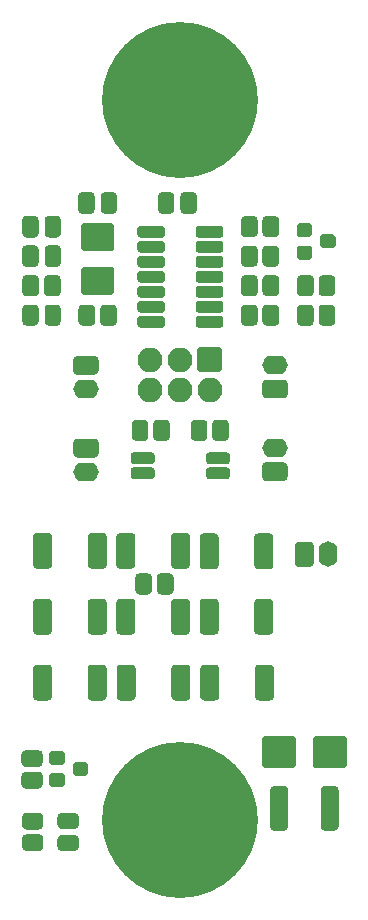
<source format=gbr>
G04 #@! TF.GenerationSoftware,KiCad,Pcbnew,5.1.10-88a1d61d58~88~ubuntu18.04.1*
G04 #@! TF.CreationDate,2021-11-17T21:44:28+08:00*
G04 #@! TF.ProjectId,ModuleV440,4d6f6475-6c65-4563-9434-302e6b696361,rev?*
G04 #@! TF.SameCoordinates,Original*
G04 #@! TF.FileFunction,Soldermask,Top*
G04 #@! TF.FilePolarity,Negative*
%FSLAX46Y46*%
G04 Gerber Fmt 4.6, Leading zero omitted, Abs format (unit mm)*
G04 Created by KiCad (PCBNEW 5.1.10-88a1d61d58~88~ubuntu18.04.1) date 2021-11-17 21:44:28*
%MOMM*%
%LPD*%
G01*
G04 APERTURE LIST*
%ADD10O,2.100000X2.100000*%
%ADD11O,2.150000X1.600000*%
%ADD12O,1.600000X2.150000*%
%ADD13C,1.300000*%
%ADD14C,13.200000*%
G04 APERTURE END LIST*
G36*
G01*
X119217600Y-72285159D02*
X119217600Y-73390041D01*
G75*
G02*
X118870041Y-73737600I-347559J0D01*
G01*
X118140159Y-73737600D01*
G75*
G02*
X117792600Y-73390041I0J347559D01*
G01*
X117792600Y-72285159D01*
G75*
G02*
X118140159Y-71937600I347559J0D01*
G01*
X118870041Y-71937600D01*
G75*
G02*
X119217600Y-72285159I0J-347559D01*
G01*
G37*
G36*
G01*
X121042600Y-72285159D02*
X121042600Y-73390041D01*
G75*
G02*
X120695041Y-73737600I-347559J0D01*
G01*
X119965159Y-73737600D01*
G75*
G02*
X119617600Y-73390041I0J347559D01*
G01*
X119617600Y-72285159D01*
G75*
G02*
X119965159Y-71937600I347559J0D01*
G01*
X120695041Y-71937600D01*
G75*
G02*
X121042600Y-72285159I0J-347559D01*
G01*
G37*
G36*
G01*
X123867600Y-63640041D02*
X123867600Y-62535159D01*
G75*
G02*
X124215159Y-62187600I347559J0D01*
G01*
X124945041Y-62187600D01*
G75*
G02*
X125292600Y-62535159I0J-347559D01*
G01*
X125292600Y-63640041D01*
G75*
G02*
X124945041Y-63987600I-347559J0D01*
G01*
X124215159Y-63987600D01*
G75*
G02*
X123867600Y-63640041I0J347559D01*
G01*
G37*
G36*
G01*
X122042600Y-63640041D02*
X122042600Y-62535159D01*
G75*
G02*
X122390159Y-62187600I347559J0D01*
G01*
X123120041Y-62187600D01*
G75*
G02*
X123467600Y-62535159I0J-347559D01*
G01*
X123467600Y-63640041D01*
G75*
G02*
X123120041Y-63987600I-347559J0D01*
G01*
X122390159Y-63987600D01*
G75*
G02*
X122042600Y-63640041I0J347559D01*
G01*
G37*
G36*
G01*
X128617600Y-63640041D02*
X128617600Y-62535159D01*
G75*
G02*
X128965159Y-62187600I347559J0D01*
G01*
X129695041Y-62187600D01*
G75*
G02*
X130042600Y-62535159I0J-347559D01*
G01*
X130042600Y-63640041D01*
G75*
G02*
X129695041Y-63987600I-347559J0D01*
G01*
X128965159Y-63987600D01*
G75*
G02*
X128617600Y-63640041I0J347559D01*
G01*
G37*
G36*
G01*
X126792600Y-63640041D02*
X126792600Y-62535159D01*
G75*
G02*
X127140159Y-62187600I347559J0D01*
G01*
X127870041Y-62187600D01*
G75*
G02*
X128217600Y-62535159I0J-347559D01*
G01*
X128217600Y-63640041D01*
G75*
G02*
X127870041Y-63987600I-347559J0D01*
G01*
X127140159Y-63987600D01*
G75*
G02*
X126792600Y-63640041I0J347559D01*
G01*
G37*
G36*
G01*
X105417600Y-63643850D02*
X105417600Y-62531350D01*
G75*
G02*
X105761350Y-62187600I343750J0D01*
G01*
X106448850Y-62187600D01*
G75*
G02*
X106792600Y-62531350I0J-343750D01*
G01*
X106792600Y-63643850D01*
G75*
G02*
X106448850Y-63987600I-343750J0D01*
G01*
X105761350Y-63987600D01*
G75*
G02*
X105417600Y-63643850I0J343750D01*
G01*
G37*
G36*
G01*
X103542600Y-63643850D02*
X103542600Y-62531350D01*
G75*
G02*
X103886350Y-62187600I343750J0D01*
G01*
X104573850Y-62187600D01*
G75*
G02*
X104917600Y-62531350I0J-343750D01*
G01*
X104917600Y-63643850D01*
G75*
G02*
X104573850Y-63987600I-343750J0D01*
G01*
X103886350Y-63987600D01*
G75*
G02*
X103542600Y-63643850I0J343750D01*
G01*
G37*
G36*
G01*
X128617600Y-61140041D02*
X128617600Y-60035159D01*
G75*
G02*
X128965159Y-59687600I347559J0D01*
G01*
X129695041Y-59687600D01*
G75*
G02*
X130042600Y-60035159I0J-347559D01*
G01*
X130042600Y-61140041D01*
G75*
G02*
X129695041Y-61487600I-347559J0D01*
G01*
X128965159Y-61487600D01*
G75*
G02*
X128617600Y-61140041I0J347559D01*
G01*
G37*
G36*
G01*
X126792600Y-61140041D02*
X126792600Y-60035159D01*
G75*
G02*
X127140159Y-59687600I347559J0D01*
G01*
X127870041Y-59687600D01*
G75*
G02*
X128217600Y-60035159I0J-347559D01*
G01*
X128217600Y-61140041D01*
G75*
G02*
X127870041Y-61487600I-347559J0D01*
G01*
X127140159Y-61487600D01*
G75*
G02*
X126792600Y-61140041I0J347559D01*
G01*
G37*
G36*
G01*
X123867600Y-61140041D02*
X123867600Y-60035159D01*
G75*
G02*
X124215159Y-59687600I347559J0D01*
G01*
X124945041Y-59687600D01*
G75*
G02*
X125292600Y-60035159I0J-347559D01*
G01*
X125292600Y-61140041D01*
G75*
G02*
X124945041Y-61487600I-347559J0D01*
G01*
X124215159Y-61487600D01*
G75*
G02*
X123867600Y-61140041I0J347559D01*
G01*
G37*
G36*
G01*
X122042600Y-61140041D02*
X122042600Y-60035159D01*
G75*
G02*
X122390159Y-59687600I347559J0D01*
G01*
X123120041Y-59687600D01*
G75*
G02*
X123467600Y-60035159I0J-347559D01*
G01*
X123467600Y-61140041D01*
G75*
G02*
X123120041Y-61487600I-347559J0D01*
G01*
X122390159Y-61487600D01*
G75*
G02*
X122042600Y-61140041I0J347559D01*
G01*
G37*
G36*
G01*
X123867600Y-56140041D02*
X123867600Y-55035159D01*
G75*
G02*
X124215159Y-54687600I347559J0D01*
G01*
X124945041Y-54687600D01*
G75*
G02*
X125292600Y-55035159I0J-347559D01*
G01*
X125292600Y-56140041D01*
G75*
G02*
X124945041Y-56487600I-347559J0D01*
G01*
X124215159Y-56487600D01*
G75*
G02*
X123867600Y-56140041I0J347559D01*
G01*
G37*
G36*
G01*
X122042600Y-56140041D02*
X122042600Y-55035159D01*
G75*
G02*
X122390159Y-54687600I347559J0D01*
G01*
X123120041Y-54687600D01*
G75*
G02*
X123467600Y-55035159I0J-347559D01*
G01*
X123467600Y-56140041D01*
G75*
G02*
X123120041Y-56487600I-347559J0D01*
G01*
X122390159Y-56487600D01*
G75*
G02*
X122042600Y-56140041I0J347559D01*
G01*
G37*
G36*
G01*
X110117600Y-63640041D02*
X110117600Y-62535159D01*
G75*
G02*
X110465159Y-62187600I347559J0D01*
G01*
X111195041Y-62187600D01*
G75*
G02*
X111542600Y-62535159I0J-347559D01*
G01*
X111542600Y-63640041D01*
G75*
G02*
X111195041Y-63987600I-347559J0D01*
G01*
X110465159Y-63987600D01*
G75*
G02*
X110117600Y-63640041I0J347559D01*
G01*
G37*
G36*
G01*
X108292600Y-63640041D02*
X108292600Y-62535159D01*
G75*
G02*
X108640159Y-62187600I347559J0D01*
G01*
X109370041Y-62187600D01*
G75*
G02*
X109717600Y-62535159I0J-347559D01*
G01*
X109717600Y-63640041D01*
G75*
G02*
X109370041Y-63987600I-347559J0D01*
G01*
X108640159Y-63987600D01*
G75*
G02*
X108292600Y-63640041I0J347559D01*
G01*
G37*
G36*
G01*
X111117600Y-61387600D02*
X108717600Y-61387600D01*
G75*
G02*
X108517600Y-61187600I0J200000D01*
G01*
X108517600Y-59187600D01*
G75*
G02*
X108717600Y-58987600I200000J0D01*
G01*
X111117600Y-58987600D01*
G75*
G02*
X111317600Y-59187600I0J-200000D01*
G01*
X111317600Y-61187600D01*
G75*
G02*
X111117600Y-61387600I-200000J0D01*
G01*
G37*
G36*
G01*
X111117600Y-57687600D02*
X108717600Y-57687600D01*
G75*
G02*
X108517600Y-57487600I0J200000D01*
G01*
X108517600Y-55487600D01*
G75*
G02*
X108717600Y-55287600I200000J0D01*
G01*
X111117600Y-55287600D01*
G75*
G02*
X111317600Y-55487600I0J-200000D01*
G01*
X111317600Y-57487600D01*
G75*
G02*
X111117600Y-57687600I-200000J0D01*
G01*
G37*
G36*
G01*
X118567600Y-65787600D02*
X120267600Y-65787600D01*
G75*
G02*
X120467600Y-65987600I0J-200000D01*
G01*
X120467600Y-67687600D01*
G75*
G02*
X120267600Y-67887600I-200000J0D01*
G01*
X118567600Y-67887600D01*
G75*
G02*
X118367600Y-67687600I0J200000D01*
G01*
X118367600Y-65987600D01*
G75*
G02*
X118567600Y-65787600I200000J0D01*
G01*
G37*
D10*
X119417600Y-69377600D03*
X116877600Y-66837600D03*
X116877600Y-69377600D03*
X114337600Y-66837600D03*
X114337600Y-69377600D03*
G36*
G01*
X123467600Y-57535159D02*
X123467600Y-58640041D01*
G75*
G02*
X123120041Y-58987600I-347559J0D01*
G01*
X122390159Y-58987600D01*
G75*
G02*
X122042600Y-58640041I0J347559D01*
G01*
X122042600Y-57535159D01*
G75*
G02*
X122390159Y-57187600I347559J0D01*
G01*
X123120041Y-57187600D01*
G75*
G02*
X123467600Y-57535159I0J-347559D01*
G01*
G37*
G36*
G01*
X125292600Y-57535159D02*
X125292600Y-58640041D01*
G75*
G02*
X124945041Y-58987600I-347559J0D01*
G01*
X124215159Y-58987600D01*
G75*
G02*
X123867600Y-58640041I0J347559D01*
G01*
X123867600Y-57535159D01*
G75*
G02*
X124215159Y-57187600I347559J0D01*
G01*
X124945041Y-57187600D01*
G75*
G02*
X125292600Y-57535159I0J-347559D01*
G01*
G37*
G36*
G01*
X104967600Y-60035159D02*
X104967600Y-61140041D01*
G75*
G02*
X104620041Y-61487600I-347559J0D01*
G01*
X103890159Y-61487600D01*
G75*
G02*
X103542600Y-61140041I0J347559D01*
G01*
X103542600Y-60035159D01*
G75*
G02*
X103890159Y-59687600I347559J0D01*
G01*
X104620041Y-59687600D01*
G75*
G02*
X104967600Y-60035159I0J-347559D01*
G01*
G37*
G36*
G01*
X106792600Y-60035159D02*
X106792600Y-61140041D01*
G75*
G02*
X106445041Y-61487600I-347559J0D01*
G01*
X105715159Y-61487600D01*
G75*
G02*
X105367600Y-61140041I0J347559D01*
G01*
X105367600Y-60035159D01*
G75*
G02*
X105715159Y-59687600I347559J0D01*
G01*
X106445041Y-59687600D01*
G75*
G02*
X106792600Y-60035159I0J-347559D01*
G01*
G37*
G36*
G01*
X128767600Y-57237600D02*
X128767600Y-56437600D01*
G75*
G02*
X128967600Y-56237600I200000J0D01*
G01*
X129867600Y-56237600D01*
G75*
G02*
X130067600Y-56437600I0J-200000D01*
G01*
X130067600Y-57237600D01*
G75*
G02*
X129867600Y-57437600I-200000J0D01*
G01*
X128967600Y-57437600D01*
G75*
G02*
X128767600Y-57237600I0J200000D01*
G01*
G37*
G36*
G01*
X126767600Y-58187600D02*
X126767600Y-57387600D01*
G75*
G02*
X126967600Y-57187600I200000J0D01*
G01*
X127867600Y-57187600D01*
G75*
G02*
X128067600Y-57387600I0J-200000D01*
G01*
X128067600Y-58187600D01*
G75*
G02*
X127867600Y-58387600I-200000J0D01*
G01*
X126967600Y-58387600D01*
G75*
G02*
X126767600Y-58187600I0J200000D01*
G01*
G37*
G36*
G01*
X126767600Y-56287600D02*
X126767600Y-55487600D01*
G75*
G02*
X126967600Y-55287600I200000J0D01*
G01*
X127867600Y-55287600D01*
G75*
G02*
X128067600Y-55487600I0J-200000D01*
G01*
X128067600Y-56287600D01*
G75*
G02*
X127867600Y-56487600I-200000J0D01*
G01*
X126967600Y-56487600D01*
G75*
G02*
X126767600Y-56287600I0J200000D01*
G01*
G37*
G36*
G01*
X104917600Y-57512600D02*
X104917600Y-58662600D01*
G75*
G02*
X104567600Y-59012600I-350000J0D01*
G01*
X103867600Y-59012600D01*
G75*
G02*
X103517600Y-58662600I0J350000D01*
G01*
X103517600Y-57512600D01*
G75*
G02*
X103867600Y-57162600I350000J0D01*
G01*
X104567600Y-57162600D01*
G75*
G02*
X104917600Y-57512600I0J-350000D01*
G01*
G37*
G36*
G01*
X106817600Y-57512600D02*
X106817600Y-58662600D01*
G75*
G02*
X106467600Y-59012600I-350000J0D01*
G01*
X105767600Y-59012600D01*
G75*
G02*
X105417600Y-58662600I0J350000D01*
G01*
X105417600Y-57512600D01*
G75*
G02*
X105767600Y-57162600I350000J0D01*
G01*
X106467600Y-57162600D01*
G75*
G02*
X106817600Y-57512600I0J-350000D01*
G01*
G37*
G36*
G01*
X104917600Y-55012600D02*
X104917600Y-56162600D01*
G75*
G02*
X104567600Y-56512600I-350000J0D01*
G01*
X103867600Y-56512600D01*
G75*
G02*
X103517600Y-56162600I0J350000D01*
G01*
X103517600Y-55012600D01*
G75*
G02*
X103867600Y-54662600I350000J0D01*
G01*
X104567600Y-54662600D01*
G75*
G02*
X104917600Y-55012600I0J-350000D01*
G01*
G37*
G36*
G01*
X106817600Y-55012600D02*
X106817600Y-56162600D01*
G75*
G02*
X106467600Y-56512600I-350000J0D01*
G01*
X105767600Y-56512600D01*
G75*
G02*
X105417600Y-56162600I0J350000D01*
G01*
X105417600Y-55012600D01*
G75*
G02*
X105767600Y-54662600I350000J0D01*
G01*
X106467600Y-54662600D01*
G75*
G02*
X106817600Y-55012600I0J-350000D01*
G01*
G37*
G36*
G01*
X116917600Y-54162600D02*
X116917600Y-53012600D01*
G75*
G02*
X117267600Y-52662600I350000J0D01*
G01*
X117967600Y-52662600D01*
G75*
G02*
X118317600Y-53012600I0J-350000D01*
G01*
X118317600Y-54162600D01*
G75*
G02*
X117967600Y-54512600I-350000J0D01*
G01*
X117267600Y-54512600D01*
G75*
G02*
X116917600Y-54162600I0J350000D01*
G01*
G37*
G36*
G01*
X115017600Y-54162600D02*
X115017600Y-53012600D01*
G75*
G02*
X115367600Y-52662600I350000J0D01*
G01*
X116067600Y-52662600D01*
G75*
G02*
X116417600Y-53012600I0J-350000D01*
G01*
X116417600Y-54162600D01*
G75*
G02*
X116067600Y-54512600I-350000J0D01*
G01*
X115367600Y-54512600D01*
G75*
G02*
X115017600Y-54162600I0J350000D01*
G01*
G37*
G36*
G01*
X109667600Y-53012600D02*
X109667600Y-54162600D01*
G75*
G02*
X109317600Y-54512600I-350000J0D01*
G01*
X108617600Y-54512600D01*
G75*
G02*
X108267600Y-54162600I0J350000D01*
G01*
X108267600Y-53012600D01*
G75*
G02*
X108617600Y-52662600I350000J0D01*
G01*
X109317600Y-52662600D01*
G75*
G02*
X109667600Y-53012600I0J-350000D01*
G01*
G37*
G36*
G01*
X111567600Y-53012600D02*
X111567600Y-54162600D01*
G75*
G02*
X111217600Y-54512600I-350000J0D01*
G01*
X110517600Y-54512600D01*
G75*
G02*
X110167600Y-54162600I0J350000D01*
G01*
X110167600Y-53012600D01*
G75*
G02*
X110517600Y-52662600I350000J0D01*
G01*
X111217600Y-52662600D01*
G75*
G02*
X111567600Y-53012600I0J-350000D01*
G01*
G37*
G36*
G01*
X118217600Y-56277600D02*
X118217600Y-55777600D01*
G75*
G02*
X118467600Y-55527600I250000J0D01*
G01*
X120317600Y-55527600D01*
G75*
G02*
X120567600Y-55777600I0J-250000D01*
G01*
X120567600Y-56277600D01*
G75*
G02*
X120317600Y-56527600I-250000J0D01*
G01*
X118467600Y-56527600D01*
G75*
G02*
X118217600Y-56277600I0J250000D01*
G01*
G37*
G36*
G01*
X118217600Y-57547600D02*
X118217600Y-57047600D01*
G75*
G02*
X118467600Y-56797600I250000J0D01*
G01*
X120317600Y-56797600D01*
G75*
G02*
X120567600Y-57047600I0J-250000D01*
G01*
X120567600Y-57547600D01*
G75*
G02*
X120317600Y-57797600I-250000J0D01*
G01*
X118467600Y-57797600D01*
G75*
G02*
X118217600Y-57547600I0J250000D01*
G01*
G37*
G36*
G01*
X118217600Y-58817600D02*
X118217600Y-58317600D01*
G75*
G02*
X118467600Y-58067600I250000J0D01*
G01*
X120317600Y-58067600D01*
G75*
G02*
X120567600Y-58317600I0J-250000D01*
G01*
X120567600Y-58817600D01*
G75*
G02*
X120317600Y-59067600I-250000J0D01*
G01*
X118467600Y-59067600D01*
G75*
G02*
X118217600Y-58817600I0J250000D01*
G01*
G37*
G36*
G01*
X118217600Y-60087600D02*
X118217600Y-59587600D01*
G75*
G02*
X118467600Y-59337600I250000J0D01*
G01*
X120317600Y-59337600D01*
G75*
G02*
X120567600Y-59587600I0J-250000D01*
G01*
X120567600Y-60087600D01*
G75*
G02*
X120317600Y-60337600I-250000J0D01*
G01*
X118467600Y-60337600D01*
G75*
G02*
X118217600Y-60087600I0J250000D01*
G01*
G37*
G36*
G01*
X118217600Y-61357600D02*
X118217600Y-60857600D01*
G75*
G02*
X118467600Y-60607600I250000J0D01*
G01*
X120317600Y-60607600D01*
G75*
G02*
X120567600Y-60857600I0J-250000D01*
G01*
X120567600Y-61357600D01*
G75*
G02*
X120317600Y-61607600I-250000J0D01*
G01*
X118467600Y-61607600D01*
G75*
G02*
X118217600Y-61357600I0J250000D01*
G01*
G37*
G36*
G01*
X118217600Y-62627600D02*
X118217600Y-62127600D01*
G75*
G02*
X118467600Y-61877600I250000J0D01*
G01*
X120317600Y-61877600D01*
G75*
G02*
X120567600Y-62127600I0J-250000D01*
G01*
X120567600Y-62627600D01*
G75*
G02*
X120317600Y-62877600I-250000J0D01*
G01*
X118467600Y-62877600D01*
G75*
G02*
X118217600Y-62627600I0J250000D01*
G01*
G37*
G36*
G01*
X118217600Y-63897600D02*
X118217600Y-63397600D01*
G75*
G02*
X118467600Y-63147600I250000J0D01*
G01*
X120317600Y-63147600D01*
G75*
G02*
X120567600Y-63397600I0J-250000D01*
G01*
X120567600Y-63897600D01*
G75*
G02*
X120317600Y-64147600I-250000J0D01*
G01*
X118467600Y-64147600D01*
G75*
G02*
X118217600Y-63897600I0J250000D01*
G01*
G37*
G36*
G01*
X113267600Y-63897600D02*
X113267600Y-63397600D01*
G75*
G02*
X113517600Y-63147600I250000J0D01*
G01*
X115367600Y-63147600D01*
G75*
G02*
X115617600Y-63397600I0J-250000D01*
G01*
X115617600Y-63897600D01*
G75*
G02*
X115367600Y-64147600I-250000J0D01*
G01*
X113517600Y-64147600D01*
G75*
G02*
X113267600Y-63897600I0J250000D01*
G01*
G37*
G36*
G01*
X113267600Y-62627600D02*
X113267600Y-62127600D01*
G75*
G02*
X113517600Y-61877600I250000J0D01*
G01*
X115367600Y-61877600D01*
G75*
G02*
X115617600Y-62127600I0J-250000D01*
G01*
X115617600Y-62627600D01*
G75*
G02*
X115367600Y-62877600I-250000J0D01*
G01*
X113517600Y-62877600D01*
G75*
G02*
X113267600Y-62627600I0J250000D01*
G01*
G37*
G36*
G01*
X113267600Y-61357600D02*
X113267600Y-60857600D01*
G75*
G02*
X113517600Y-60607600I250000J0D01*
G01*
X115367600Y-60607600D01*
G75*
G02*
X115617600Y-60857600I0J-250000D01*
G01*
X115617600Y-61357600D01*
G75*
G02*
X115367600Y-61607600I-250000J0D01*
G01*
X113517600Y-61607600D01*
G75*
G02*
X113267600Y-61357600I0J250000D01*
G01*
G37*
G36*
G01*
X113267600Y-60087600D02*
X113267600Y-59587600D01*
G75*
G02*
X113517600Y-59337600I250000J0D01*
G01*
X115367600Y-59337600D01*
G75*
G02*
X115617600Y-59587600I0J-250000D01*
G01*
X115617600Y-60087600D01*
G75*
G02*
X115367600Y-60337600I-250000J0D01*
G01*
X113517600Y-60337600D01*
G75*
G02*
X113267600Y-60087600I0J250000D01*
G01*
G37*
G36*
G01*
X113267600Y-58817600D02*
X113267600Y-58317600D01*
G75*
G02*
X113517600Y-58067600I250000J0D01*
G01*
X115367600Y-58067600D01*
G75*
G02*
X115617600Y-58317600I0J-250000D01*
G01*
X115617600Y-58817600D01*
G75*
G02*
X115367600Y-59067600I-250000J0D01*
G01*
X113517600Y-59067600D01*
G75*
G02*
X113267600Y-58817600I0J250000D01*
G01*
G37*
G36*
G01*
X113267600Y-57547600D02*
X113267600Y-57047600D01*
G75*
G02*
X113517600Y-56797600I250000J0D01*
G01*
X115367600Y-56797600D01*
G75*
G02*
X115617600Y-57047600I0J-250000D01*
G01*
X115617600Y-57547600D01*
G75*
G02*
X115367600Y-57797600I-250000J0D01*
G01*
X113517600Y-57797600D01*
G75*
G02*
X113267600Y-57547600I0J250000D01*
G01*
G37*
G36*
G01*
X113267600Y-56277600D02*
X113267600Y-55777600D01*
G75*
G02*
X113517600Y-55527600I250000J0D01*
G01*
X115367600Y-55527600D01*
G75*
G02*
X115617600Y-55777600I0J-250000D01*
G01*
X115617600Y-56277600D01*
G75*
G02*
X115367600Y-56527600I-250000J0D01*
G01*
X113517600Y-56527600D01*
G75*
G02*
X113267600Y-56277600I0J250000D01*
G01*
G37*
G36*
G01*
X120167600Y-81894232D02*
X120167600Y-84280968D01*
G75*
G02*
X119835968Y-84612600I-331632J0D01*
G01*
X118874232Y-84612600D01*
G75*
G02*
X118542600Y-84280968I0J331632D01*
G01*
X118542600Y-81894232D01*
G75*
G02*
X118874232Y-81562600I331632J0D01*
G01*
X119835968Y-81562600D01*
G75*
G02*
X120167600Y-81894232I0J-331632D01*
G01*
G37*
G36*
G01*
X124792600Y-81894232D02*
X124792600Y-84280968D01*
G75*
G02*
X124460968Y-84612600I-331632J0D01*
G01*
X123499232Y-84612600D01*
G75*
G02*
X123167600Y-84280968I0J331632D01*
G01*
X123167600Y-81894232D01*
G75*
G02*
X123499232Y-81562600I331632J0D01*
G01*
X124460968Y-81562600D01*
G75*
G02*
X124792600Y-81894232I0J-331632D01*
G01*
G37*
G36*
G01*
X116117600Y-84230968D02*
X116117600Y-81844232D01*
G75*
G02*
X116449232Y-81512600I331632J0D01*
G01*
X117410968Y-81512600D01*
G75*
G02*
X117742600Y-81844232I0J-331632D01*
G01*
X117742600Y-84230968D01*
G75*
G02*
X117410968Y-84562600I-331632J0D01*
G01*
X116449232Y-84562600D01*
G75*
G02*
X116117600Y-84230968I0J331632D01*
G01*
G37*
G36*
G01*
X111492600Y-84230968D02*
X111492600Y-81844232D01*
G75*
G02*
X111824232Y-81512600I331632J0D01*
G01*
X112785968Y-81512600D01*
G75*
G02*
X113117600Y-81844232I0J-331632D01*
G01*
X113117600Y-84230968D01*
G75*
G02*
X112785968Y-84562600I-331632J0D01*
G01*
X111824232Y-84562600D01*
G75*
G02*
X111492600Y-84230968I0J331632D01*
G01*
G37*
G36*
G01*
X123167600Y-89805968D02*
X123167600Y-87419232D01*
G75*
G02*
X123499232Y-87087600I331632J0D01*
G01*
X124460968Y-87087600D01*
G75*
G02*
X124792600Y-87419232I0J-331632D01*
G01*
X124792600Y-89805968D01*
G75*
G02*
X124460968Y-90137600I-331632J0D01*
G01*
X123499232Y-90137600D01*
G75*
G02*
X123167600Y-89805968I0J331632D01*
G01*
G37*
G36*
G01*
X118542600Y-89805968D02*
X118542600Y-87419232D01*
G75*
G02*
X118874232Y-87087600I331632J0D01*
G01*
X119835968Y-87087600D01*
G75*
G02*
X120167600Y-87419232I0J-331632D01*
G01*
X120167600Y-89805968D01*
G75*
G02*
X119835968Y-90137600I-331632J0D01*
G01*
X118874232Y-90137600D01*
G75*
G02*
X118542600Y-89805968I0J331632D01*
G01*
G37*
G36*
G01*
X113117600Y-87419232D02*
X113117600Y-89805968D01*
G75*
G02*
X112785968Y-90137600I-331632J0D01*
G01*
X111824232Y-90137600D01*
G75*
G02*
X111492600Y-89805968I0J331632D01*
G01*
X111492600Y-87419232D01*
G75*
G02*
X111824232Y-87087600I331632J0D01*
G01*
X112785968Y-87087600D01*
G75*
G02*
X113117600Y-87419232I0J-331632D01*
G01*
G37*
G36*
G01*
X117742600Y-87419232D02*
X117742600Y-89805968D01*
G75*
G02*
X117410968Y-90137600I-331632J0D01*
G01*
X116449232Y-90137600D01*
G75*
G02*
X116117600Y-89805968I0J331632D01*
G01*
X116117600Y-87419232D01*
G75*
G02*
X116449232Y-87087600I331632J0D01*
G01*
X117410968Y-87087600D01*
G75*
G02*
X117742600Y-87419232I0J-331632D01*
G01*
G37*
G36*
G01*
X120217600Y-92994232D02*
X120217600Y-95380968D01*
G75*
G02*
X119885968Y-95712600I-331632J0D01*
G01*
X118924232Y-95712600D01*
G75*
G02*
X118592600Y-95380968I0J331632D01*
G01*
X118592600Y-92994232D01*
G75*
G02*
X118924232Y-92662600I331632J0D01*
G01*
X119885968Y-92662600D01*
G75*
G02*
X120217600Y-92994232I0J-331632D01*
G01*
G37*
G36*
G01*
X124842600Y-92994232D02*
X124842600Y-95380968D01*
G75*
G02*
X124510968Y-95712600I-331632J0D01*
G01*
X123549232Y-95712600D01*
G75*
G02*
X123217600Y-95380968I0J331632D01*
G01*
X123217600Y-92994232D01*
G75*
G02*
X123549232Y-92662600I331632J0D01*
G01*
X124510968Y-92662600D01*
G75*
G02*
X124842600Y-92994232I0J-331632D01*
G01*
G37*
G36*
G01*
X116142600Y-95380968D02*
X116142600Y-92994232D01*
G75*
G02*
X116474232Y-92662600I331632J0D01*
G01*
X117435968Y-92662600D01*
G75*
G02*
X117767600Y-92994232I0J-331632D01*
G01*
X117767600Y-95380968D01*
G75*
G02*
X117435968Y-95712600I-331632J0D01*
G01*
X116474232Y-95712600D01*
G75*
G02*
X116142600Y-95380968I0J331632D01*
G01*
G37*
G36*
G01*
X111517600Y-95380968D02*
X111517600Y-92994232D01*
G75*
G02*
X111849232Y-92662600I331632J0D01*
G01*
X112810968Y-92662600D01*
G75*
G02*
X113142600Y-92994232I0J-331632D01*
G01*
X113142600Y-95380968D01*
G75*
G02*
X112810968Y-95712600I-331632J0D01*
G01*
X111849232Y-95712600D01*
G75*
G02*
X111517600Y-95380968I0J331632D01*
G01*
G37*
G36*
G01*
X106067600Y-81844232D02*
X106067600Y-84230968D01*
G75*
G02*
X105735968Y-84562600I-331632J0D01*
G01*
X104774232Y-84562600D01*
G75*
G02*
X104442600Y-84230968I0J331632D01*
G01*
X104442600Y-81844232D01*
G75*
G02*
X104774232Y-81512600I331632J0D01*
G01*
X105735968Y-81512600D01*
G75*
G02*
X106067600Y-81844232I0J-331632D01*
G01*
G37*
G36*
G01*
X110692600Y-81844232D02*
X110692600Y-84230968D01*
G75*
G02*
X110360968Y-84562600I-331632J0D01*
G01*
X109399232Y-84562600D01*
G75*
G02*
X109067600Y-84230968I0J331632D01*
G01*
X109067600Y-81844232D01*
G75*
G02*
X109399232Y-81512600I331632J0D01*
G01*
X110360968Y-81512600D01*
G75*
G02*
X110692600Y-81844232I0J-331632D01*
G01*
G37*
G36*
G01*
X109067600Y-89805968D02*
X109067600Y-87419232D01*
G75*
G02*
X109399232Y-87087600I331632J0D01*
G01*
X110360968Y-87087600D01*
G75*
G02*
X110692600Y-87419232I0J-331632D01*
G01*
X110692600Y-89805968D01*
G75*
G02*
X110360968Y-90137600I-331632J0D01*
G01*
X109399232Y-90137600D01*
G75*
G02*
X109067600Y-89805968I0J331632D01*
G01*
G37*
G36*
G01*
X104442600Y-89805968D02*
X104442600Y-87419232D01*
G75*
G02*
X104774232Y-87087600I331632J0D01*
G01*
X105735968Y-87087600D01*
G75*
G02*
X106067600Y-87419232I0J-331632D01*
G01*
X106067600Y-89805968D01*
G75*
G02*
X105735968Y-90137600I-331632J0D01*
G01*
X104774232Y-90137600D01*
G75*
G02*
X104442600Y-89805968I0J331632D01*
G01*
G37*
G36*
G01*
X106067600Y-92994232D02*
X106067600Y-95380968D01*
G75*
G02*
X105735968Y-95712600I-331632J0D01*
G01*
X104774232Y-95712600D01*
G75*
G02*
X104442600Y-95380968I0J331632D01*
G01*
X104442600Y-92994232D01*
G75*
G02*
X104774232Y-92662600I331632J0D01*
G01*
X105735968Y-92662600D01*
G75*
G02*
X106067600Y-92994232I0J-331632D01*
G01*
G37*
G36*
G01*
X110692600Y-92994232D02*
X110692600Y-95380968D01*
G75*
G02*
X110360968Y-95712600I-331632J0D01*
G01*
X109399232Y-95712600D01*
G75*
G02*
X109067600Y-95380968I0J331632D01*
G01*
X109067600Y-92994232D01*
G75*
G02*
X109399232Y-92662600I331632J0D01*
G01*
X110360968Y-92662600D01*
G75*
G02*
X110692600Y-92994232I0J-331632D01*
G01*
G37*
G36*
G01*
X119092600Y-75452600D02*
X119092600Y-74952600D01*
G75*
G02*
X119342600Y-74702600I250000J0D01*
G01*
X120867600Y-74702600D01*
G75*
G02*
X121117600Y-74952600I0J-250000D01*
G01*
X121117600Y-75452600D01*
G75*
G02*
X120867600Y-75702600I-250000J0D01*
G01*
X119342600Y-75702600D01*
G75*
G02*
X119092600Y-75452600I0J250000D01*
G01*
G37*
G36*
G01*
X119092600Y-76722600D02*
X119092600Y-76222600D01*
G75*
G02*
X119342600Y-75972600I250000J0D01*
G01*
X120867600Y-75972600D01*
G75*
G02*
X121117600Y-76222600I0J-250000D01*
G01*
X121117600Y-76722600D01*
G75*
G02*
X120867600Y-76972600I-250000J0D01*
G01*
X119342600Y-76972600D01*
G75*
G02*
X119092600Y-76722600I0J250000D01*
G01*
G37*
G36*
G01*
X112717600Y-76722600D02*
X112717600Y-76222600D01*
G75*
G02*
X112967600Y-75972600I250000J0D01*
G01*
X114492600Y-75972600D01*
G75*
G02*
X114742600Y-76222600I0J-250000D01*
G01*
X114742600Y-76722600D01*
G75*
G02*
X114492600Y-76972600I-250000J0D01*
G01*
X112967600Y-76972600D01*
G75*
G02*
X112717600Y-76722600I0J250000D01*
G01*
G37*
G36*
G01*
X112717600Y-75452600D02*
X112717600Y-74952600D01*
G75*
G02*
X112967600Y-74702600I250000J0D01*
G01*
X114492600Y-74702600D01*
G75*
G02*
X114742600Y-74952600I0J-250000D01*
G01*
X114742600Y-75452600D01*
G75*
G02*
X114492600Y-75702600I-250000J0D01*
G01*
X112967600Y-75702600D01*
G75*
G02*
X112717600Y-75452600I0J250000D01*
G01*
G37*
D11*
X124917600Y-74337600D03*
G36*
G01*
X125659268Y-77137600D02*
X124175932Y-77137600D01*
G75*
G02*
X123842600Y-76804268I0J333332D01*
G01*
X123842600Y-75870932D01*
G75*
G02*
X124175932Y-75537600I333332J0D01*
G01*
X125659268Y-75537600D01*
G75*
G02*
X125992600Y-75870932I0J-333332D01*
G01*
X125992600Y-76804268D01*
G75*
G02*
X125659268Y-77137600I-333332J0D01*
G01*
G37*
X108917600Y-76337600D03*
G36*
G01*
X108175932Y-73537600D02*
X109659268Y-73537600D01*
G75*
G02*
X109992600Y-73870932I0J-333332D01*
G01*
X109992600Y-74804268D01*
G75*
G02*
X109659268Y-75137600I-333332J0D01*
G01*
X108175932Y-75137600D01*
G75*
G02*
X107842600Y-74804268I0J333332D01*
G01*
X107842600Y-73870932D01*
G75*
G02*
X108175932Y-73537600I333332J0D01*
G01*
G37*
G36*
G01*
X126717600Y-98937600D02*
X126717600Y-101237600D01*
G75*
G02*
X126517600Y-101437600I-200000J0D01*
G01*
X124017600Y-101437600D01*
G75*
G02*
X123817600Y-101237600I0J200000D01*
G01*
X123817600Y-98937600D01*
G75*
G02*
X124017600Y-98737600I200000J0D01*
G01*
X126517600Y-98737600D01*
G75*
G02*
X126717600Y-98937600I0J-200000D01*
G01*
G37*
G36*
G01*
X131017600Y-98937600D02*
X131017600Y-101237600D01*
G75*
G02*
X130817600Y-101437600I-200000J0D01*
G01*
X128317600Y-101437600D01*
G75*
G02*
X128117600Y-101237600I0J200000D01*
G01*
X128117600Y-98937600D01*
G75*
G02*
X128317600Y-98737600I200000J0D01*
G01*
X130817600Y-98737600D01*
G75*
G02*
X131017600Y-98937600I0J-200000D01*
G01*
G37*
G36*
G01*
X114517600Y-85285159D02*
X114517600Y-86390041D01*
G75*
G02*
X114170041Y-86737600I-347559J0D01*
G01*
X113440159Y-86737600D01*
G75*
G02*
X113092600Y-86390041I0J347559D01*
G01*
X113092600Y-85285159D01*
G75*
G02*
X113440159Y-84937600I347559J0D01*
G01*
X114170041Y-84937600D01*
G75*
G02*
X114517600Y-85285159I0J-347559D01*
G01*
G37*
G36*
G01*
X116342600Y-85285159D02*
X116342600Y-86390041D01*
G75*
G02*
X115995041Y-86737600I-347559J0D01*
G01*
X115265159Y-86737600D01*
G75*
G02*
X114917600Y-86390041I0J347559D01*
G01*
X114917600Y-85285159D01*
G75*
G02*
X115265159Y-84937600I347559J0D01*
G01*
X115995041Y-84937600D01*
G75*
G02*
X116342600Y-85285159I0J-347559D01*
G01*
G37*
G36*
G01*
X103865159Y-107037600D02*
X104970041Y-107037600D01*
G75*
G02*
X105317600Y-107385159I0J-347559D01*
G01*
X105317600Y-108115041D01*
G75*
G02*
X104970041Y-108462600I-347559J0D01*
G01*
X103865159Y-108462600D01*
G75*
G02*
X103517600Y-108115041I0J347559D01*
G01*
X103517600Y-107385159D01*
G75*
G02*
X103865159Y-107037600I347559J0D01*
G01*
G37*
G36*
G01*
X103865159Y-105212600D02*
X104970041Y-105212600D01*
G75*
G02*
X105317600Y-105560159I0J-347559D01*
G01*
X105317600Y-106290041D01*
G75*
G02*
X104970041Y-106637600I-347559J0D01*
G01*
X103865159Y-106637600D01*
G75*
G02*
X103517600Y-106290041I0J347559D01*
G01*
X103517600Y-105560159D01*
G75*
G02*
X103865159Y-105212600I347559J0D01*
G01*
G37*
G36*
G01*
X103815159Y-101737600D02*
X104920041Y-101737600D01*
G75*
G02*
X105267600Y-102085159I0J-347559D01*
G01*
X105267600Y-102815041D01*
G75*
G02*
X104920041Y-103162600I-347559J0D01*
G01*
X103815159Y-103162600D01*
G75*
G02*
X103467600Y-102815041I0J347559D01*
G01*
X103467600Y-102085159D01*
G75*
G02*
X103815159Y-101737600I347559J0D01*
G01*
G37*
G36*
G01*
X103815159Y-99912600D02*
X104920041Y-99912600D01*
G75*
G02*
X105267600Y-100260159I0J-347559D01*
G01*
X105267600Y-100990041D01*
G75*
G02*
X104920041Y-101337600I-347559J0D01*
G01*
X103815159Y-101337600D01*
G75*
G02*
X103467600Y-100990041I0J347559D01*
G01*
X103467600Y-100260159D01*
G75*
G02*
X103815159Y-99912600I347559J0D01*
G01*
G37*
G36*
G01*
X114617600Y-73390041D02*
X114617600Y-72285159D01*
G75*
G02*
X114965159Y-71937600I347559J0D01*
G01*
X115695041Y-71937600D01*
G75*
G02*
X116042600Y-72285159I0J-347559D01*
G01*
X116042600Y-73390041D01*
G75*
G02*
X115695041Y-73737600I-347559J0D01*
G01*
X114965159Y-73737600D01*
G75*
G02*
X114617600Y-73390041I0J347559D01*
G01*
G37*
G36*
G01*
X112792600Y-73390041D02*
X112792600Y-72285159D01*
G75*
G02*
X113140159Y-71937600I347559J0D01*
G01*
X113870041Y-71937600D01*
G75*
G02*
X114217600Y-72285159I0J-347559D01*
G01*
X114217600Y-73390041D01*
G75*
G02*
X113870041Y-73737600I-347559J0D01*
G01*
X113140159Y-73737600D01*
G75*
G02*
X112792600Y-73390041I0J347559D01*
G01*
G37*
G36*
G01*
X126042600Y-103276487D02*
X126042600Y-106398713D01*
G75*
G02*
X125703713Y-106737600I-338887J0D01*
G01*
X124856487Y-106737600D01*
G75*
G02*
X124517600Y-106398713I0J338887D01*
G01*
X124517600Y-103276487D01*
G75*
G02*
X124856487Y-102937600I338887J0D01*
G01*
X125703713Y-102937600D01*
G75*
G02*
X126042600Y-103276487I0J-338887D01*
G01*
G37*
G36*
G01*
X130317600Y-103276487D02*
X130317600Y-106398713D01*
G75*
G02*
X129978713Y-106737600I-338887J0D01*
G01*
X129131487Y-106737600D01*
G75*
G02*
X128792600Y-106398713I0J338887D01*
G01*
X128792600Y-103276487D01*
G75*
G02*
X129131487Y-102937600I338887J0D01*
G01*
X129978713Y-102937600D01*
G75*
G02*
X130317600Y-103276487I0J-338887D01*
G01*
G37*
D12*
X129417600Y-83337600D03*
G36*
G01*
X126617600Y-84079268D02*
X126617600Y-82595932D01*
G75*
G02*
X126950932Y-82262600I333332J0D01*
G01*
X127884268Y-82262600D01*
G75*
G02*
X128217600Y-82595932I0J-333332D01*
G01*
X128217600Y-84079268D01*
G75*
G02*
X127884268Y-84412600I-333332J0D01*
G01*
X126950932Y-84412600D01*
G75*
G02*
X126617600Y-84079268I0J333332D01*
G01*
G37*
G36*
G01*
X107973850Y-106587600D02*
X106861350Y-106587600D01*
G75*
G02*
X106517600Y-106243850I0J343750D01*
G01*
X106517600Y-105556350D01*
G75*
G02*
X106861350Y-105212600I343750J0D01*
G01*
X107973850Y-105212600D01*
G75*
G02*
X108317600Y-105556350I0J-343750D01*
G01*
X108317600Y-106243850D01*
G75*
G02*
X107973850Y-106587600I-343750J0D01*
G01*
G37*
G36*
G01*
X107973850Y-108462600D02*
X106861350Y-108462600D01*
G75*
G02*
X106517600Y-108118850I0J343750D01*
G01*
X106517600Y-107431350D01*
G75*
G02*
X106861350Y-107087600I343750J0D01*
G01*
X107973850Y-107087600D01*
G75*
G02*
X108317600Y-107431350I0J-343750D01*
G01*
X108317600Y-108118850D01*
G75*
G02*
X107973850Y-108462600I-343750J0D01*
G01*
G37*
G36*
G01*
X105817600Y-100962600D02*
X105817600Y-100162600D01*
G75*
G02*
X106017600Y-99962600I200000J0D01*
G01*
X106917600Y-99962600D01*
G75*
G02*
X107117600Y-100162600I0J-200000D01*
G01*
X107117600Y-100962600D01*
G75*
G02*
X106917600Y-101162600I-200000J0D01*
G01*
X106017600Y-101162600D01*
G75*
G02*
X105817600Y-100962600I0J200000D01*
G01*
G37*
G36*
G01*
X105817600Y-102862600D02*
X105817600Y-102062600D01*
G75*
G02*
X106017600Y-101862600I200000J0D01*
G01*
X106917600Y-101862600D01*
G75*
G02*
X107117600Y-102062600I0J-200000D01*
G01*
X107117600Y-102862600D01*
G75*
G02*
X106917600Y-103062600I-200000J0D01*
G01*
X106017600Y-103062600D01*
G75*
G02*
X105817600Y-102862600I0J200000D01*
G01*
G37*
G36*
G01*
X107817600Y-101912600D02*
X107817600Y-101112600D01*
G75*
G02*
X108017600Y-100912600I200000J0D01*
G01*
X108917600Y-100912600D01*
G75*
G02*
X109117600Y-101112600I0J-200000D01*
G01*
X109117600Y-101912600D01*
G75*
G02*
X108917600Y-102112600I-200000J0D01*
G01*
X108017600Y-102112600D01*
G75*
G02*
X107817600Y-101912600I0J200000D01*
G01*
G37*
D11*
X124917600Y-67337600D03*
G36*
G01*
X125659268Y-70137600D02*
X124175932Y-70137600D01*
G75*
G02*
X123842600Y-69804268I0J333332D01*
G01*
X123842600Y-68870932D01*
G75*
G02*
X124175932Y-68537600I333332J0D01*
G01*
X125659268Y-68537600D01*
G75*
G02*
X125992600Y-68870932I0J-333332D01*
G01*
X125992600Y-69804268D01*
G75*
G02*
X125659268Y-70137600I-333332J0D01*
G01*
G37*
G36*
G01*
X108175932Y-66537600D02*
X109659268Y-66537600D01*
G75*
G02*
X109992600Y-66870932I0J-333332D01*
G01*
X109992600Y-67804268D01*
G75*
G02*
X109659268Y-68137600I-333332J0D01*
G01*
X108175932Y-68137600D01*
G75*
G02*
X107842600Y-67804268I0J333332D01*
G01*
X107842600Y-66870932D01*
G75*
G02*
X108175932Y-66537600I333332J0D01*
G01*
G37*
X108917600Y-69337600D03*
D13*
X120311713Y-41443487D03*
X116917600Y-40037600D03*
X113523487Y-41443487D03*
X112117600Y-44837600D03*
X113523487Y-48231713D03*
X116917600Y-49637600D03*
X120311713Y-48231713D03*
X121717600Y-44837600D03*
D14*
X116917600Y-44837600D03*
D13*
X120311713Y-102443487D03*
X116917600Y-101037600D03*
X113523487Y-102443487D03*
X112117600Y-105837600D03*
X113523487Y-109231713D03*
X116917600Y-110637600D03*
X120311713Y-109231713D03*
X121717600Y-105837600D03*
D14*
X116917600Y-105837600D03*
M02*

</source>
